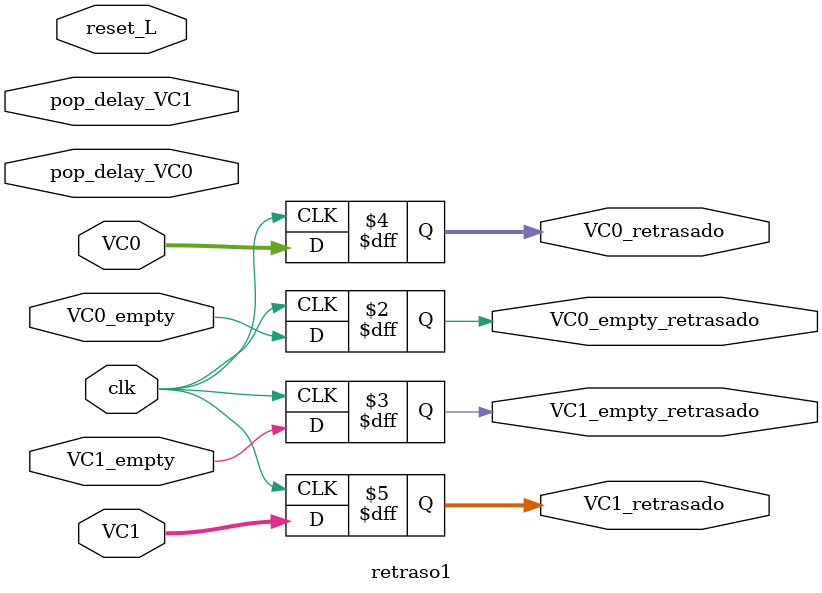
<source format=v>
module retraso1(input reset_L, clk,
					input [5:0] VC0,
					input [5:0] VC1,
					input pop_delay_VC0, pop_delay_VC1,
					input VC0_empty, VC1_empty,
                    output reg VC0_empty_retrasado, VC1_empty_retrasado,
                    output reg  [5:0] VC0_retrasado,
					output reg  [5:0] VC1_retrasado);
					

	always@(posedge clk) begin
        VC0_retrasado[5:0] <= VC0[5:0];
		VC1_retrasado[5:0] <= VC1[5:0];
		VC0_empty_retrasado <= VC0_empty;
        VC1_empty_retrasado <= VC1_empty;
	end


endmodule
</source>
